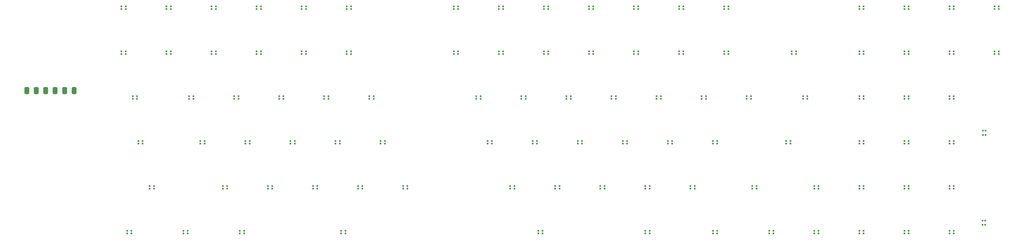
<source format=gtp>
%TF.GenerationSoftware,KiCad,Pcbnew,6.0.11-2627ca5db0~126~ubuntu22.04.1*%
%TF.CreationDate,2023-11-06T21:31:54+01:00*%
%TF.ProjectId,pcb,7063622e-6b69-4636-9164-5f7063625858,rev?*%
%TF.SameCoordinates,Original*%
%TF.FileFunction,Paste,Top*%
%TF.FilePolarity,Positive*%
%FSLAX46Y46*%
G04 Gerber Fmt 4.6, Leading zero omitted, Abs format (unit mm)*
G04 Created by KiCad (PCBNEW 6.0.11-2627ca5db0~126~ubuntu22.04.1) date 2023-11-06 21:31:54*
%MOMM*%
%LPD*%
G01*
G04 APERTURE LIST*
G04 Aperture macros list*
%AMRoundRect*
0 Rectangle with rounded corners*
0 $1 Rounding radius*
0 $2 $3 $4 $5 $6 $7 $8 $9 X,Y pos of 4 corners*
0 Add a 4 corners polygon primitive as box body*
4,1,4,$2,$3,$4,$5,$6,$7,$8,$9,$2,$3,0*
0 Add four circle primitives for the rounded corners*
1,1,$1+$1,$2,$3*
1,1,$1+$1,$4,$5*
1,1,$1+$1,$6,$7*
1,1,$1+$1,$8,$9*
0 Add four rect primitives between the rounded corners*
20,1,$1+$1,$2,$3,$4,$5,0*
20,1,$1+$1,$4,$5,$6,$7,0*
20,1,$1+$1,$6,$7,$8,$9,0*
20,1,$1+$1,$8,$9,$2,$3,0*%
G04 Aperture macros list end*
%ADD10R,0.700000X0.700000*%
%ADD11RoundRect,0.500000X-0.500000X-1.000000X0.500000X-1.000000X0.500000X1.000000X-0.500000X1.000000X0*%
G04 APERTURE END LIST*
D10*
%TO.C,LED32*%
X58616250Y-377550000D03*
X60446250Y-377550000D03*
X60446250Y-376450000D03*
X58616250Y-376450000D03*
%TD*%
%TO.C,LED43*%
X365246300Y-281450000D03*
X363416300Y-281450000D03*
X363416300Y-282550000D03*
X365246300Y-282550000D03*
%TD*%
%TO.C,LED62*%
X260471300Y-319450000D03*
X258641300Y-319450000D03*
X258641300Y-320550000D03*
X260471300Y-320550000D03*
%TD*%
%TO.C,LED14*%
X60997500Y-320550000D03*
X62827500Y-320550000D03*
X62827500Y-319450000D03*
X60997500Y-319450000D03*
%TD*%
%TO.C,LED79*%
X397702900Y-335873773D03*
X397702900Y-334043773D03*
X396602900Y-334043773D03*
X396602900Y-335873773D03*
%TD*%
%TO.C,LED23*%
X122910000Y-339550000D03*
X124740000Y-339550000D03*
X124740000Y-338450000D03*
X122910000Y-338450000D03*
%TD*%
%TO.C,LED51*%
X268166300Y-301550000D03*
X269996300Y-301550000D03*
X269996300Y-300450000D03*
X268166300Y-300450000D03*
%TD*%
%TO.C,LED54*%
X344366300Y-301550000D03*
X346196300Y-301550000D03*
X346196300Y-300450000D03*
X344366300Y-300450000D03*
%TD*%
%TO.C,LED26*%
X75285000Y-358550000D03*
X77115000Y-358550000D03*
X77115000Y-357450000D03*
X75285000Y-357450000D03*
%TD*%
%TO.C,LED40*%
X269996300Y-281450000D03*
X268166300Y-281450000D03*
X268166300Y-282550000D03*
X269996300Y-282550000D03*
%TD*%
%TO.C,LED45*%
X403346300Y-281450000D03*
X401516300Y-281450000D03*
X401516300Y-282550000D03*
X403346300Y-282550000D03*
%TD*%
%TO.C,LED65*%
X322383800Y-319450000D03*
X320553800Y-319450000D03*
X320553800Y-320550000D03*
X322383800Y-320550000D03*
%TD*%
%TO.C,LED15*%
X80047500Y-320550000D03*
X81877500Y-320550000D03*
X81877500Y-319450000D03*
X80047500Y-319450000D03*
%TD*%
%TO.C,LED67*%
X365246300Y-319450000D03*
X363416300Y-319450000D03*
X363416300Y-320550000D03*
X365246300Y-320550000D03*
%TD*%
%TO.C,LED33*%
X82428750Y-377550000D03*
X84258750Y-377550000D03*
X84258750Y-376450000D03*
X82428750Y-376450000D03*
%TD*%
%TO.C,LED12*%
X127672500Y-301550000D03*
X129502500Y-301550000D03*
X129502500Y-300450000D03*
X127672500Y-300450000D03*
%TD*%
%TO.C,LED53*%
X315791300Y-301550000D03*
X317621300Y-301550000D03*
X317621300Y-300450000D03*
X315791300Y-300450000D03*
%TD*%
%TO.C,LED96*%
X363416300Y-377550000D03*
X365246300Y-377550000D03*
X365246300Y-376450000D03*
X363416300Y-376450000D03*
%TD*%
%TO.C,LED46*%
X172916300Y-301550000D03*
X174746300Y-301550000D03*
X174746300Y-300450000D03*
X172916300Y-300450000D03*
%TD*%
%TO.C,LED69*%
X187203800Y-339550000D03*
X189033800Y-339550000D03*
X189033800Y-338450000D03*
X187203800Y-338450000D03*
%TD*%
%TO.C,LED1*%
X32422500Y-282550000D03*
X34252500Y-282550000D03*
X34252500Y-281450000D03*
X32422500Y-281450000D03*
%TD*%
%TO.C,LED3*%
X70522500Y-282550000D03*
X72352500Y-282550000D03*
X72352500Y-281450000D03*
X70522500Y-281450000D03*
%TD*%
%TO.C,LED20*%
X65760000Y-339550000D03*
X67590000Y-339550000D03*
X67590000Y-338450000D03*
X65760000Y-338450000D03*
%TD*%
%TO.C,LED80*%
X198558800Y-357450000D03*
X196728800Y-357450000D03*
X196728800Y-358550000D03*
X198558800Y-358550000D03*
%TD*%
%TO.C,LED11*%
X108622500Y-301550000D03*
X110452500Y-301550000D03*
X110452500Y-300450000D03*
X108622500Y-300450000D03*
%TD*%
%TO.C,LED49*%
X230066300Y-301550000D03*
X231896300Y-301550000D03*
X231896300Y-300450000D03*
X230066300Y-300450000D03*
%TD*%
D11*
%TO.C,FS1*%
X-7618750Y-317087500D03*
X-3618750Y-317087500D03*
X381250Y-317087500D03*
X4381250Y-317087500D03*
X8381250Y-317087500D03*
X12381250Y-317087500D03*
%TD*%
D10*
%TO.C,LED25*%
X44328750Y-358550000D03*
X46158750Y-358550000D03*
X46158750Y-357450000D03*
X44328750Y-357450000D03*
%TD*%
%TO.C,LED29*%
X132435000Y-358550000D03*
X134265000Y-358550000D03*
X134265000Y-357450000D03*
X132435000Y-357450000D03*
%TD*%
%TO.C,LED98*%
X397550000Y-373915000D03*
X397550000Y-372085000D03*
X396450000Y-372085000D03*
X396450000Y-373915000D03*
%TD*%
%TO.C,LED47*%
X191966300Y-301550000D03*
X193796300Y-301550000D03*
X193796300Y-300450000D03*
X191966300Y-300450000D03*
%TD*%
%TO.C,LED8*%
X51472500Y-301550000D03*
X53302500Y-301550000D03*
X53302500Y-300450000D03*
X51472500Y-300450000D03*
%TD*%
%TO.C,LED19*%
X39566250Y-339550000D03*
X41396250Y-339550000D03*
X41396250Y-338450000D03*
X39566250Y-338450000D03*
%TD*%
%TO.C,LED93*%
X306266300Y-377550000D03*
X308096300Y-377550000D03*
X308096300Y-376450000D03*
X306266300Y-376450000D03*
%TD*%
%TO.C,LED7*%
X32422500Y-301550000D03*
X34252500Y-301550000D03*
X34252500Y-300450000D03*
X32422500Y-300450000D03*
%TD*%
%TO.C,LED41*%
X289046300Y-281450000D03*
X287216300Y-281450000D03*
X287216300Y-282550000D03*
X289046300Y-282550000D03*
%TD*%
%TO.C,LED38*%
X231896300Y-281450000D03*
X230066300Y-281450000D03*
X230066300Y-282550000D03*
X231896300Y-282550000D03*
%TD*%
%TO.C,LED60*%
X222371300Y-319450000D03*
X220541300Y-319450000D03*
X220541300Y-320550000D03*
X222371300Y-320550000D03*
%TD*%
%TO.C,LED9*%
X70522500Y-301550000D03*
X72352500Y-301550000D03*
X72352500Y-300450000D03*
X70522500Y-300450000D03*
%TD*%
%TO.C,LED87*%
X346196300Y-357450000D03*
X344366300Y-357450000D03*
X344366300Y-358550000D03*
X346196300Y-358550000D03*
%TD*%
%TO.C,LED27*%
X94335000Y-358550000D03*
X96165000Y-358550000D03*
X96165000Y-357450000D03*
X94335000Y-357450000D03*
%TD*%
%TO.C,LED4*%
X89572500Y-282550000D03*
X91402500Y-282550000D03*
X91402500Y-281450000D03*
X89572500Y-281450000D03*
%TD*%
%TO.C,LED85*%
X300952550Y-357450000D03*
X299122550Y-357450000D03*
X299122550Y-358550000D03*
X300952550Y-358550000D03*
%TD*%
%TO.C,LED42*%
X346196300Y-281450000D03*
X344366300Y-281450000D03*
X344366300Y-282550000D03*
X346196300Y-282550000D03*
%TD*%
%TO.C,LED88*%
X365246300Y-357450000D03*
X363416300Y-357450000D03*
X363416300Y-358550000D03*
X365246300Y-358550000D03*
%TD*%
%TO.C,LED81*%
X217608800Y-357450000D03*
X215778800Y-357450000D03*
X215778800Y-358550000D03*
X217608800Y-358550000D03*
%TD*%
%TO.C,LED83*%
X255708800Y-357450000D03*
X253878800Y-357450000D03*
X253878800Y-358550000D03*
X255708800Y-358550000D03*
%TD*%
%TO.C,LED74*%
X282453800Y-339550000D03*
X284283800Y-339550000D03*
X284283800Y-338450000D03*
X282453800Y-338450000D03*
%TD*%
%TO.C,LED31*%
X34803750Y-377550000D03*
X36633750Y-377550000D03*
X36633750Y-376450000D03*
X34803750Y-376450000D03*
%TD*%
%TO.C,LED71*%
X225303800Y-339550000D03*
X227133800Y-339550000D03*
X227133800Y-338450000D03*
X225303800Y-338450000D03*
%TD*%
%TO.C,LED63*%
X279521300Y-319450000D03*
X277691300Y-319450000D03*
X277691300Y-320550000D03*
X279521300Y-320550000D03*
%TD*%
%TO.C,LED82*%
X236658800Y-357450000D03*
X234828800Y-357450000D03*
X234828800Y-358550000D03*
X236658800Y-358550000D03*
%TD*%
%TO.C,LED35*%
X174746300Y-281450000D03*
X172916300Y-281450000D03*
X172916300Y-282550000D03*
X174746300Y-282550000D03*
%TD*%
%TO.C,LED66*%
X346196300Y-319450000D03*
X344366300Y-319450000D03*
X344366300Y-320550000D03*
X346196300Y-320550000D03*
%TD*%
%TO.C,LED77*%
X363416300Y-339550000D03*
X365246300Y-339550000D03*
X365246300Y-338450000D03*
X363416300Y-338450000D03*
%TD*%
%TO.C,LED34*%
X125291250Y-377550000D03*
X127121250Y-377550000D03*
X127121250Y-376450000D03*
X125291250Y-376450000D03*
%TD*%
%TO.C,LED50*%
X249085000Y-301550000D03*
X250915000Y-301550000D03*
X250915000Y-300450000D03*
X249085000Y-300450000D03*
%TD*%
%TO.C,LED55*%
X363416300Y-301550000D03*
X365246300Y-301550000D03*
X365246300Y-300450000D03*
X363416300Y-300450000D03*
%TD*%
%TO.C,LED91*%
X253878800Y-377550000D03*
X255708800Y-377550000D03*
X255708800Y-376450000D03*
X253878800Y-376450000D03*
%TD*%
%TO.C,LED57*%
X401516300Y-301550000D03*
X403346300Y-301550000D03*
X403346300Y-300450000D03*
X401516300Y-300450000D03*
%TD*%
%TO.C,LED28*%
X113385000Y-358550000D03*
X115215000Y-358550000D03*
X115215000Y-357450000D03*
X113385000Y-357450000D03*
%TD*%
%TO.C,LED61*%
X241421300Y-319450000D03*
X239591300Y-319450000D03*
X239591300Y-320550000D03*
X241421300Y-320550000D03*
%TD*%
%TO.C,LED84*%
X274758800Y-357450000D03*
X272928800Y-357450000D03*
X272928800Y-358550000D03*
X274758800Y-358550000D03*
%TD*%
%TO.C,LED75*%
X313410050Y-339550000D03*
X315240050Y-339550000D03*
X315240050Y-338450000D03*
X313410050Y-338450000D03*
%TD*%
%TO.C,LED21*%
X84810000Y-339550000D03*
X86640000Y-339550000D03*
X86640000Y-338450000D03*
X84810000Y-338450000D03*
%TD*%
%TO.C,LED68*%
X384296300Y-319450000D03*
X382466300Y-319450000D03*
X382466300Y-320550000D03*
X384296300Y-320550000D03*
%TD*%
%TO.C,LED2*%
X51472500Y-282550000D03*
X53302500Y-282550000D03*
X53302500Y-281450000D03*
X51472500Y-281450000D03*
%TD*%
%TO.C,LED78*%
X382466300Y-339550000D03*
X384296300Y-339550000D03*
X384296300Y-338450000D03*
X382466300Y-338450000D03*
%TD*%
%TO.C,LED56*%
X382466300Y-301550000D03*
X384296300Y-301550000D03*
X384296300Y-300450000D03*
X382466300Y-300450000D03*
%TD*%
%TO.C,LED39*%
X250915000Y-281450000D03*
X249085000Y-281450000D03*
X249085000Y-282550000D03*
X250915000Y-282550000D03*
%TD*%
%TO.C,LED48*%
X211016300Y-301550000D03*
X212846300Y-301550000D03*
X212846300Y-300450000D03*
X211016300Y-300450000D03*
%TD*%
%TO.C,LED17*%
X118085000Y-320550000D03*
X119915000Y-320550000D03*
X119915000Y-319450000D03*
X118085000Y-319450000D03*
%TD*%
%TO.C,LED59*%
X203321300Y-319450000D03*
X201491300Y-319450000D03*
X201491300Y-320550000D03*
X203321300Y-320550000D03*
%TD*%
%TO.C,LED30*%
X151485000Y-358550000D03*
X153315000Y-358550000D03*
X153315000Y-357450000D03*
X151485000Y-357450000D03*
%TD*%
%TO.C,LED89*%
X384296300Y-357450000D03*
X382466300Y-357450000D03*
X382466300Y-358550000D03*
X384296300Y-358550000D03*
%TD*%
%TO.C,LED18*%
X137197500Y-320550000D03*
X139027500Y-320550000D03*
X139027500Y-319450000D03*
X137197500Y-319450000D03*
%TD*%
%TO.C,LED95*%
X344366300Y-377550000D03*
X346196300Y-377550000D03*
X346196300Y-376450000D03*
X344366300Y-376450000D03*
%TD*%
%TO.C,LED5*%
X108622500Y-282550000D03*
X110452500Y-282550000D03*
X110452500Y-281450000D03*
X108622500Y-281450000D03*
%TD*%
%TO.C,LED86*%
X327146300Y-357450000D03*
X325316300Y-357450000D03*
X325316300Y-358550000D03*
X327146300Y-358550000D03*
%TD*%
%TO.C,LED22*%
X103860000Y-339550000D03*
X105690000Y-339550000D03*
X105690000Y-338450000D03*
X103860000Y-338450000D03*
%TD*%
%TO.C,LED64*%
X298571300Y-319450000D03*
X296741300Y-319450000D03*
X296741300Y-320550000D03*
X298571300Y-320550000D03*
%TD*%
%TO.C,LED94*%
X325316300Y-377550000D03*
X327146300Y-377550000D03*
X327146300Y-376450000D03*
X325316300Y-376450000D03*
%TD*%
%TO.C,LED16*%
X99085000Y-320550000D03*
X100915000Y-320550000D03*
X100915000Y-319450000D03*
X99085000Y-319450000D03*
%TD*%
%TO.C,LED44*%
X384296300Y-281450000D03*
X382466300Y-281450000D03*
X382466300Y-282550000D03*
X384296300Y-282550000D03*
%TD*%
%TO.C,LED97*%
X382466300Y-377550000D03*
X384296300Y-377550000D03*
X384296300Y-376450000D03*
X382466300Y-376450000D03*
%TD*%
%TO.C,LED72*%
X244353800Y-339550000D03*
X246183800Y-339550000D03*
X246183800Y-338450000D03*
X244353800Y-338450000D03*
%TD*%
%TO.C,LED58*%
X184271300Y-319450000D03*
X182441300Y-319450000D03*
X182441300Y-320550000D03*
X184271300Y-320550000D03*
%TD*%
%TO.C,LED24*%
X141960000Y-339550000D03*
X143790000Y-339550000D03*
X143790000Y-338450000D03*
X141960000Y-338450000D03*
%TD*%
%TO.C,LED73*%
X263403800Y-339550000D03*
X265233800Y-339550000D03*
X265233800Y-338450000D03*
X263403800Y-338450000D03*
%TD*%
%TO.C,LED13*%
X37185000Y-320550000D03*
X39015000Y-320550000D03*
X39015000Y-319450000D03*
X37185000Y-319450000D03*
%TD*%
%TO.C,LED92*%
X282453800Y-377550000D03*
X284283800Y-377550000D03*
X284283800Y-376450000D03*
X282453800Y-376450000D03*
%TD*%
%TO.C,LED70*%
X206253800Y-339550000D03*
X208083800Y-339550000D03*
X208083800Y-338450000D03*
X206253800Y-338450000D03*
%TD*%
%TO.C,LED6*%
X127672500Y-282550000D03*
X129502500Y-282550000D03*
X129502500Y-281450000D03*
X127672500Y-281450000D03*
%TD*%
%TO.C,LED10*%
X89572500Y-301550000D03*
X91402500Y-301550000D03*
X91402500Y-300450000D03*
X89572500Y-300450000D03*
%TD*%
%TO.C,LED52*%
X287216300Y-301550000D03*
X289046300Y-301550000D03*
X289046300Y-300450000D03*
X287216300Y-300450000D03*
%TD*%
%TO.C,LED76*%
X344366300Y-339550000D03*
X346196300Y-339550000D03*
X346196300Y-338450000D03*
X344366300Y-338450000D03*
%TD*%
%TO.C,LED36*%
X193796300Y-281450000D03*
X191966300Y-281450000D03*
X191966300Y-282550000D03*
X193796300Y-282550000D03*
%TD*%
%TO.C,LED37*%
X212846300Y-281450000D03*
X211016300Y-281450000D03*
X211016300Y-282550000D03*
X212846300Y-282550000D03*
%TD*%
%TO.C,LED90*%
X208635050Y-377550000D03*
X210465050Y-377550000D03*
X210465050Y-376450000D03*
X208635050Y-376450000D03*
%TD*%
M02*

</source>
